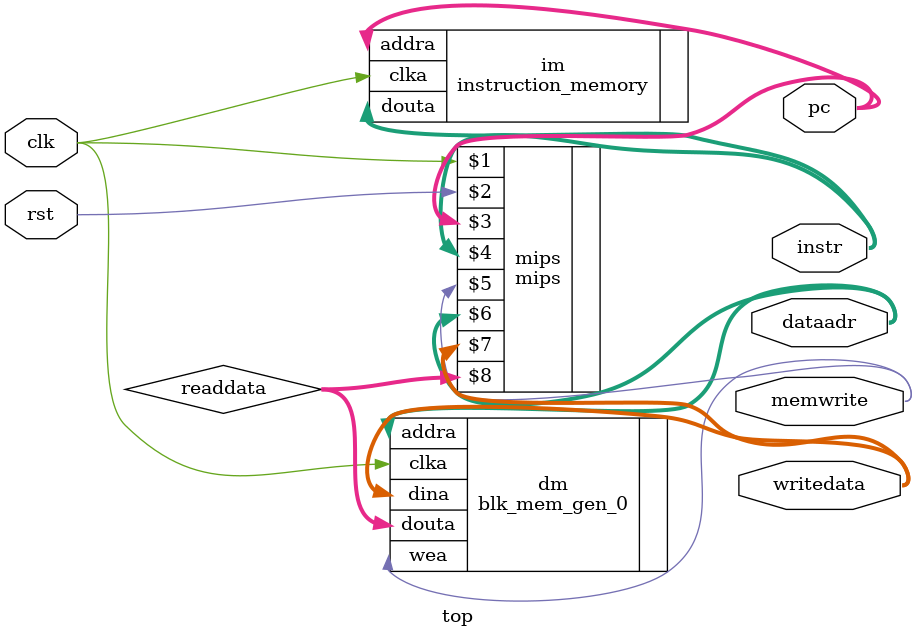
<source format=v>
`timescale 1ns / 1ps


module top(
	input clk,rst,
	output [31:0] writedata,dataadr,pc,instr,
	output memwrite
	);
	// wire clk;
	wire[31:0] pc,instr,readdata,dataadr,writedata;
    wire memwrite;
	//   clk_div instance_name(
 //    	// Clock out ports
	//     .clk_out1(hclk),     // output clk_out1
	//    // Clock in ports
	//     .clk_in1(clk)
 //    	); 
   	

	mips mips(clk,rst,pc,instr,memwrite,dataadr,writedata,readdata);
	/*
	mips(
	input wire clk,rst,
	output wire[31:0] PCout,
	input wire[31:0] instr,
	output wire memwrite,
	output wire[31:0] aluout,writedata,
	input wire[31:0] readdata 
    );
	*/
	
	//inst_mem imem(clk,pc[7:2],instr);
	//data_mem dmem(clk,memwrite,dataadr,writedata,readdata);
	
	instruction_memory im (
    .clka(clk),    // input wire clka
    .addra(pc),  // input wire [6 : 0] addra
    .douta(instr)  // output wire [31 : 0] douta
    );

    blk_mem_gen_0 dm (
    .clka(clk),    // input wire clka
    .wea(memwrite),      // input wire [0 : 0] wea
    .addra(dataadr),  // input wire [6 : 0] addra
    .dina(writedata),    // input wire [31 : 0] dina
    .douta(readdata)  // output wire [31 : 0] douta
    );

endmodule

</source>
